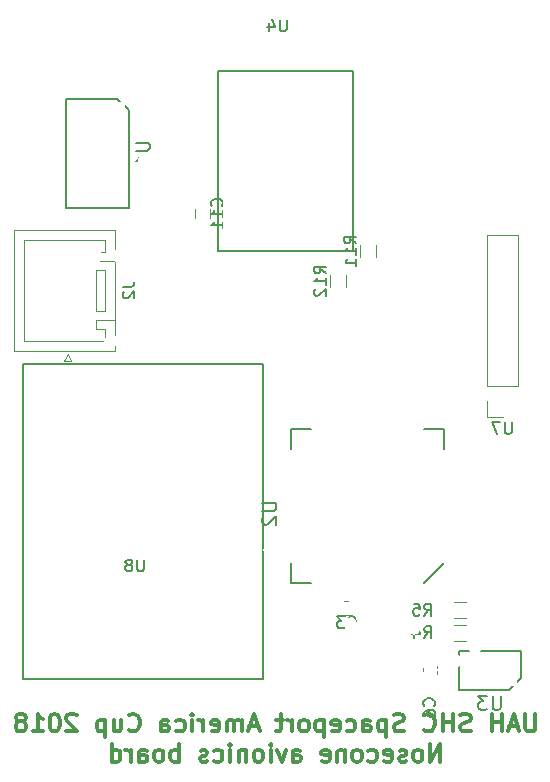
<source format=gbr>
G04 #@! TF.FileFunction,Legend,Bot*
%FSLAX46Y46*%
G04 Gerber Fmt 4.6, Leading zero omitted, Abs format (unit mm)*
G04 Created by KiCad (PCBNEW 4.0.7) date Sunday, February 25, 2018 'PMt' 02:02:58 PM*
%MOMM*%
%LPD*%
G01*
G04 APERTURE LIST*
%ADD10C,0.128000*%
%ADD11C,0.300000*%
%ADD12C,0.150000*%
%ADD13C,0.120000*%
%ADD14C,1.924000*%
%ADD15R,0.950000X1.900000*%
%ADD16R,0.800000X1.900000*%
%ADD17R,1.900000X0.800000*%
%ADD18R,1.650000X0.670000*%
%ADD19R,1.100000X1.900000*%
%ADD20R,1.900000X1.100000*%
%ADD21R,1.900000X1.400000*%
%ADD22C,1.727200*%
%ADD23R,1.416000X1.416000*%
%ADD24O,1.416000X1.416000*%
%ADD25R,2.100000X2.100000*%
%ADD26O,2.100000X2.100000*%
%ADD27R,1.600000X1.150000*%
%ADD28R,1.150000X1.600000*%
%ADD29R,1.600000X1.300000*%
%ADD30R,1.700000X1.700000*%
%ADD31C,1.700000*%
%ADD32C,2.600000*%
%ADD33C,2.400000*%
%ADD34R,1.300000X1.600000*%
%ADD35C,1.162000*%
%ADD36R,1.600000X2.100000*%
%ADD37O,1.600000X2.100000*%
%ADD38C,3.650000*%
G04 APERTURE END LIST*
D10*
D11*
X179317284Y-111568571D02*
X179317284Y-112782857D01*
X179245856Y-112925714D01*
X179174427Y-112997143D01*
X179031570Y-113068571D01*
X178745856Y-113068571D01*
X178602998Y-112997143D01*
X178531570Y-112925714D01*
X178460141Y-112782857D01*
X178460141Y-111568571D01*
X177817284Y-112640000D02*
X177102998Y-112640000D01*
X177960141Y-113068571D02*
X177460141Y-111568571D01*
X176960141Y-113068571D01*
X176460141Y-113068571D02*
X176460141Y-111568571D01*
X176460141Y-112282857D02*
X175602998Y-112282857D01*
X175602998Y-113068571D02*
X175602998Y-111568571D01*
X173817284Y-112997143D02*
X173602998Y-113068571D01*
X173245855Y-113068571D01*
X173102998Y-112997143D01*
X173031569Y-112925714D01*
X172960141Y-112782857D01*
X172960141Y-112640000D01*
X173031569Y-112497143D01*
X173102998Y-112425714D01*
X173245855Y-112354286D01*
X173531569Y-112282857D01*
X173674427Y-112211429D01*
X173745855Y-112140000D01*
X173817284Y-111997143D01*
X173817284Y-111854286D01*
X173745855Y-111711429D01*
X173674427Y-111640000D01*
X173531569Y-111568571D01*
X173174427Y-111568571D01*
X172960141Y-111640000D01*
X172317284Y-113068571D02*
X172317284Y-111568571D01*
X172317284Y-112282857D02*
X171460141Y-112282857D01*
X171460141Y-113068571D02*
X171460141Y-111568571D01*
X169888712Y-112925714D02*
X169960141Y-112997143D01*
X170174427Y-113068571D01*
X170317284Y-113068571D01*
X170531569Y-112997143D01*
X170674427Y-112854286D01*
X170745855Y-112711429D01*
X170817284Y-112425714D01*
X170817284Y-112211429D01*
X170745855Y-111925714D01*
X170674427Y-111782857D01*
X170531569Y-111640000D01*
X170317284Y-111568571D01*
X170174427Y-111568571D01*
X169960141Y-111640000D01*
X169888712Y-111711429D01*
X168174427Y-112997143D02*
X167960141Y-113068571D01*
X167602998Y-113068571D01*
X167460141Y-112997143D01*
X167388712Y-112925714D01*
X167317284Y-112782857D01*
X167317284Y-112640000D01*
X167388712Y-112497143D01*
X167460141Y-112425714D01*
X167602998Y-112354286D01*
X167888712Y-112282857D01*
X168031570Y-112211429D01*
X168102998Y-112140000D01*
X168174427Y-111997143D01*
X168174427Y-111854286D01*
X168102998Y-111711429D01*
X168031570Y-111640000D01*
X167888712Y-111568571D01*
X167531570Y-111568571D01*
X167317284Y-111640000D01*
X166674427Y-112068571D02*
X166674427Y-113568571D01*
X166674427Y-112140000D02*
X166531570Y-112068571D01*
X166245856Y-112068571D01*
X166102999Y-112140000D01*
X166031570Y-112211429D01*
X165960141Y-112354286D01*
X165960141Y-112782857D01*
X166031570Y-112925714D01*
X166102999Y-112997143D01*
X166245856Y-113068571D01*
X166531570Y-113068571D01*
X166674427Y-112997143D01*
X164674427Y-113068571D02*
X164674427Y-112282857D01*
X164745856Y-112140000D01*
X164888713Y-112068571D01*
X165174427Y-112068571D01*
X165317284Y-112140000D01*
X164674427Y-112997143D02*
X164817284Y-113068571D01*
X165174427Y-113068571D01*
X165317284Y-112997143D01*
X165388713Y-112854286D01*
X165388713Y-112711429D01*
X165317284Y-112568571D01*
X165174427Y-112497143D01*
X164817284Y-112497143D01*
X164674427Y-112425714D01*
X163317284Y-112997143D02*
X163460141Y-113068571D01*
X163745855Y-113068571D01*
X163888713Y-112997143D01*
X163960141Y-112925714D01*
X164031570Y-112782857D01*
X164031570Y-112354286D01*
X163960141Y-112211429D01*
X163888713Y-112140000D01*
X163745855Y-112068571D01*
X163460141Y-112068571D01*
X163317284Y-112140000D01*
X162102999Y-112997143D02*
X162245856Y-113068571D01*
X162531570Y-113068571D01*
X162674427Y-112997143D01*
X162745856Y-112854286D01*
X162745856Y-112282857D01*
X162674427Y-112140000D01*
X162531570Y-112068571D01*
X162245856Y-112068571D01*
X162102999Y-112140000D01*
X162031570Y-112282857D01*
X162031570Y-112425714D01*
X162745856Y-112568571D01*
X161388713Y-112068571D02*
X161388713Y-113568571D01*
X161388713Y-112140000D02*
X161245856Y-112068571D01*
X160960142Y-112068571D01*
X160817285Y-112140000D01*
X160745856Y-112211429D01*
X160674427Y-112354286D01*
X160674427Y-112782857D01*
X160745856Y-112925714D01*
X160817285Y-112997143D01*
X160960142Y-113068571D01*
X161245856Y-113068571D01*
X161388713Y-112997143D01*
X159817284Y-113068571D02*
X159960142Y-112997143D01*
X160031570Y-112925714D01*
X160102999Y-112782857D01*
X160102999Y-112354286D01*
X160031570Y-112211429D01*
X159960142Y-112140000D01*
X159817284Y-112068571D01*
X159602999Y-112068571D01*
X159460142Y-112140000D01*
X159388713Y-112211429D01*
X159317284Y-112354286D01*
X159317284Y-112782857D01*
X159388713Y-112925714D01*
X159460142Y-112997143D01*
X159602999Y-113068571D01*
X159817284Y-113068571D01*
X158674427Y-113068571D02*
X158674427Y-112068571D01*
X158674427Y-112354286D02*
X158602999Y-112211429D01*
X158531570Y-112140000D01*
X158388713Y-112068571D01*
X158245856Y-112068571D01*
X157960142Y-112068571D02*
X157388713Y-112068571D01*
X157745856Y-111568571D02*
X157745856Y-112854286D01*
X157674428Y-112997143D01*
X157531570Y-113068571D01*
X157388713Y-113068571D01*
X155817285Y-112640000D02*
X155102999Y-112640000D01*
X155960142Y-113068571D02*
X155460142Y-111568571D01*
X154960142Y-113068571D01*
X154460142Y-113068571D02*
X154460142Y-112068571D01*
X154460142Y-112211429D02*
X154388714Y-112140000D01*
X154245856Y-112068571D01*
X154031571Y-112068571D01*
X153888714Y-112140000D01*
X153817285Y-112282857D01*
X153817285Y-113068571D01*
X153817285Y-112282857D02*
X153745856Y-112140000D01*
X153602999Y-112068571D01*
X153388714Y-112068571D01*
X153245856Y-112140000D01*
X153174428Y-112282857D01*
X153174428Y-113068571D01*
X151888714Y-112997143D02*
X152031571Y-113068571D01*
X152317285Y-113068571D01*
X152460142Y-112997143D01*
X152531571Y-112854286D01*
X152531571Y-112282857D01*
X152460142Y-112140000D01*
X152317285Y-112068571D01*
X152031571Y-112068571D01*
X151888714Y-112140000D01*
X151817285Y-112282857D01*
X151817285Y-112425714D01*
X152531571Y-112568571D01*
X151174428Y-113068571D02*
X151174428Y-112068571D01*
X151174428Y-112354286D02*
X151103000Y-112211429D01*
X151031571Y-112140000D01*
X150888714Y-112068571D01*
X150745857Y-112068571D01*
X150245857Y-113068571D02*
X150245857Y-112068571D01*
X150245857Y-111568571D02*
X150317286Y-111640000D01*
X150245857Y-111711429D01*
X150174429Y-111640000D01*
X150245857Y-111568571D01*
X150245857Y-111711429D01*
X148888714Y-112997143D02*
X149031571Y-113068571D01*
X149317285Y-113068571D01*
X149460143Y-112997143D01*
X149531571Y-112925714D01*
X149603000Y-112782857D01*
X149603000Y-112354286D01*
X149531571Y-112211429D01*
X149460143Y-112140000D01*
X149317285Y-112068571D01*
X149031571Y-112068571D01*
X148888714Y-112140000D01*
X147603000Y-113068571D02*
X147603000Y-112282857D01*
X147674429Y-112140000D01*
X147817286Y-112068571D01*
X148103000Y-112068571D01*
X148245857Y-112140000D01*
X147603000Y-112997143D02*
X147745857Y-113068571D01*
X148103000Y-113068571D01*
X148245857Y-112997143D01*
X148317286Y-112854286D01*
X148317286Y-112711429D01*
X148245857Y-112568571D01*
X148103000Y-112497143D01*
X147745857Y-112497143D01*
X147603000Y-112425714D01*
X144888714Y-112925714D02*
X144960143Y-112997143D01*
X145174429Y-113068571D01*
X145317286Y-113068571D01*
X145531571Y-112997143D01*
X145674429Y-112854286D01*
X145745857Y-112711429D01*
X145817286Y-112425714D01*
X145817286Y-112211429D01*
X145745857Y-111925714D01*
X145674429Y-111782857D01*
X145531571Y-111640000D01*
X145317286Y-111568571D01*
X145174429Y-111568571D01*
X144960143Y-111640000D01*
X144888714Y-111711429D01*
X143603000Y-112068571D02*
X143603000Y-113068571D01*
X144245857Y-112068571D02*
X144245857Y-112854286D01*
X144174429Y-112997143D01*
X144031571Y-113068571D01*
X143817286Y-113068571D01*
X143674429Y-112997143D01*
X143603000Y-112925714D01*
X142888714Y-112068571D02*
X142888714Y-113568571D01*
X142888714Y-112140000D02*
X142745857Y-112068571D01*
X142460143Y-112068571D01*
X142317286Y-112140000D01*
X142245857Y-112211429D01*
X142174428Y-112354286D01*
X142174428Y-112782857D01*
X142245857Y-112925714D01*
X142317286Y-112997143D01*
X142460143Y-113068571D01*
X142745857Y-113068571D01*
X142888714Y-112997143D01*
X140460143Y-111711429D02*
X140388714Y-111640000D01*
X140245857Y-111568571D01*
X139888714Y-111568571D01*
X139745857Y-111640000D01*
X139674428Y-111711429D01*
X139603000Y-111854286D01*
X139603000Y-111997143D01*
X139674428Y-112211429D01*
X140531571Y-113068571D01*
X139603000Y-113068571D01*
X138674429Y-111568571D02*
X138531572Y-111568571D01*
X138388715Y-111640000D01*
X138317286Y-111711429D01*
X138245857Y-111854286D01*
X138174429Y-112140000D01*
X138174429Y-112497143D01*
X138245857Y-112782857D01*
X138317286Y-112925714D01*
X138388715Y-112997143D01*
X138531572Y-113068571D01*
X138674429Y-113068571D01*
X138817286Y-112997143D01*
X138888715Y-112925714D01*
X138960143Y-112782857D01*
X139031572Y-112497143D01*
X139031572Y-112140000D01*
X138960143Y-111854286D01*
X138888715Y-111711429D01*
X138817286Y-111640000D01*
X138674429Y-111568571D01*
X136745858Y-113068571D02*
X137603001Y-113068571D01*
X137174429Y-113068571D02*
X137174429Y-111568571D01*
X137317286Y-111782857D01*
X137460144Y-111925714D01*
X137603001Y-111997143D01*
X135888715Y-112211429D02*
X136031573Y-112140000D01*
X136103001Y-112068571D01*
X136174430Y-111925714D01*
X136174430Y-111854286D01*
X136103001Y-111711429D01*
X136031573Y-111640000D01*
X135888715Y-111568571D01*
X135603001Y-111568571D01*
X135460144Y-111640000D01*
X135388715Y-111711429D01*
X135317287Y-111854286D01*
X135317287Y-111925714D01*
X135388715Y-112068571D01*
X135460144Y-112140000D01*
X135603001Y-112211429D01*
X135888715Y-112211429D01*
X136031573Y-112282857D01*
X136103001Y-112354286D01*
X136174430Y-112497143D01*
X136174430Y-112782857D01*
X136103001Y-112925714D01*
X136031573Y-112997143D01*
X135888715Y-113068571D01*
X135603001Y-113068571D01*
X135460144Y-112997143D01*
X135388715Y-112925714D01*
X135317287Y-112782857D01*
X135317287Y-112497143D01*
X135388715Y-112354286D01*
X135460144Y-112282857D01*
X135603001Y-112211429D01*
X171245857Y-115618571D02*
X171245857Y-114118571D01*
X170388714Y-115618571D01*
X170388714Y-114118571D01*
X169460142Y-115618571D02*
X169603000Y-115547143D01*
X169674428Y-115475714D01*
X169745857Y-115332857D01*
X169745857Y-114904286D01*
X169674428Y-114761429D01*
X169603000Y-114690000D01*
X169460142Y-114618571D01*
X169245857Y-114618571D01*
X169103000Y-114690000D01*
X169031571Y-114761429D01*
X168960142Y-114904286D01*
X168960142Y-115332857D01*
X169031571Y-115475714D01*
X169103000Y-115547143D01*
X169245857Y-115618571D01*
X169460142Y-115618571D01*
X168388714Y-115547143D02*
X168245857Y-115618571D01*
X167960142Y-115618571D01*
X167817285Y-115547143D01*
X167745857Y-115404286D01*
X167745857Y-115332857D01*
X167817285Y-115190000D01*
X167960142Y-115118571D01*
X168174428Y-115118571D01*
X168317285Y-115047143D01*
X168388714Y-114904286D01*
X168388714Y-114832857D01*
X168317285Y-114690000D01*
X168174428Y-114618571D01*
X167960142Y-114618571D01*
X167817285Y-114690000D01*
X166531571Y-115547143D02*
X166674428Y-115618571D01*
X166960142Y-115618571D01*
X167102999Y-115547143D01*
X167174428Y-115404286D01*
X167174428Y-114832857D01*
X167102999Y-114690000D01*
X166960142Y-114618571D01*
X166674428Y-114618571D01*
X166531571Y-114690000D01*
X166460142Y-114832857D01*
X166460142Y-114975714D01*
X167174428Y-115118571D01*
X165174428Y-115547143D02*
X165317285Y-115618571D01*
X165602999Y-115618571D01*
X165745857Y-115547143D01*
X165817285Y-115475714D01*
X165888714Y-115332857D01*
X165888714Y-114904286D01*
X165817285Y-114761429D01*
X165745857Y-114690000D01*
X165602999Y-114618571D01*
X165317285Y-114618571D01*
X165174428Y-114690000D01*
X164317285Y-115618571D02*
X164460143Y-115547143D01*
X164531571Y-115475714D01*
X164603000Y-115332857D01*
X164603000Y-114904286D01*
X164531571Y-114761429D01*
X164460143Y-114690000D01*
X164317285Y-114618571D01*
X164103000Y-114618571D01*
X163960143Y-114690000D01*
X163888714Y-114761429D01*
X163817285Y-114904286D01*
X163817285Y-115332857D01*
X163888714Y-115475714D01*
X163960143Y-115547143D01*
X164103000Y-115618571D01*
X164317285Y-115618571D01*
X163174428Y-114618571D02*
X163174428Y-115618571D01*
X163174428Y-114761429D02*
X163103000Y-114690000D01*
X162960142Y-114618571D01*
X162745857Y-114618571D01*
X162603000Y-114690000D01*
X162531571Y-114832857D01*
X162531571Y-115618571D01*
X161245857Y-115547143D02*
X161388714Y-115618571D01*
X161674428Y-115618571D01*
X161817285Y-115547143D01*
X161888714Y-115404286D01*
X161888714Y-114832857D01*
X161817285Y-114690000D01*
X161674428Y-114618571D01*
X161388714Y-114618571D01*
X161245857Y-114690000D01*
X161174428Y-114832857D01*
X161174428Y-114975714D01*
X161888714Y-115118571D01*
X158745857Y-115618571D02*
X158745857Y-114832857D01*
X158817286Y-114690000D01*
X158960143Y-114618571D01*
X159245857Y-114618571D01*
X159388714Y-114690000D01*
X158745857Y-115547143D02*
X158888714Y-115618571D01*
X159245857Y-115618571D01*
X159388714Y-115547143D01*
X159460143Y-115404286D01*
X159460143Y-115261429D01*
X159388714Y-115118571D01*
X159245857Y-115047143D01*
X158888714Y-115047143D01*
X158745857Y-114975714D01*
X158174428Y-114618571D02*
X157817285Y-115618571D01*
X157460143Y-114618571D01*
X156888714Y-115618571D02*
X156888714Y-114618571D01*
X156888714Y-114118571D02*
X156960143Y-114190000D01*
X156888714Y-114261429D01*
X156817286Y-114190000D01*
X156888714Y-114118571D01*
X156888714Y-114261429D01*
X155960142Y-115618571D02*
X156103000Y-115547143D01*
X156174428Y-115475714D01*
X156245857Y-115332857D01*
X156245857Y-114904286D01*
X156174428Y-114761429D01*
X156103000Y-114690000D01*
X155960142Y-114618571D01*
X155745857Y-114618571D01*
X155603000Y-114690000D01*
X155531571Y-114761429D01*
X155460142Y-114904286D01*
X155460142Y-115332857D01*
X155531571Y-115475714D01*
X155603000Y-115547143D01*
X155745857Y-115618571D01*
X155960142Y-115618571D01*
X154817285Y-114618571D02*
X154817285Y-115618571D01*
X154817285Y-114761429D02*
X154745857Y-114690000D01*
X154602999Y-114618571D01*
X154388714Y-114618571D01*
X154245857Y-114690000D01*
X154174428Y-114832857D01*
X154174428Y-115618571D01*
X153460142Y-115618571D02*
X153460142Y-114618571D01*
X153460142Y-114118571D02*
X153531571Y-114190000D01*
X153460142Y-114261429D01*
X153388714Y-114190000D01*
X153460142Y-114118571D01*
X153460142Y-114261429D01*
X152102999Y-115547143D02*
X152245856Y-115618571D01*
X152531570Y-115618571D01*
X152674428Y-115547143D01*
X152745856Y-115475714D01*
X152817285Y-115332857D01*
X152817285Y-114904286D01*
X152745856Y-114761429D01*
X152674428Y-114690000D01*
X152531570Y-114618571D01*
X152245856Y-114618571D01*
X152102999Y-114690000D01*
X151531571Y-115547143D02*
X151388714Y-115618571D01*
X151102999Y-115618571D01*
X150960142Y-115547143D01*
X150888714Y-115404286D01*
X150888714Y-115332857D01*
X150960142Y-115190000D01*
X151102999Y-115118571D01*
X151317285Y-115118571D01*
X151460142Y-115047143D01*
X151531571Y-114904286D01*
X151531571Y-114832857D01*
X151460142Y-114690000D01*
X151317285Y-114618571D01*
X151102999Y-114618571D01*
X150960142Y-114690000D01*
X149102999Y-115618571D02*
X149102999Y-114118571D01*
X149102999Y-114690000D02*
X148960142Y-114618571D01*
X148674428Y-114618571D01*
X148531571Y-114690000D01*
X148460142Y-114761429D01*
X148388713Y-114904286D01*
X148388713Y-115332857D01*
X148460142Y-115475714D01*
X148531571Y-115547143D01*
X148674428Y-115618571D01*
X148960142Y-115618571D01*
X149102999Y-115547143D01*
X147531570Y-115618571D02*
X147674428Y-115547143D01*
X147745856Y-115475714D01*
X147817285Y-115332857D01*
X147817285Y-114904286D01*
X147745856Y-114761429D01*
X147674428Y-114690000D01*
X147531570Y-114618571D01*
X147317285Y-114618571D01*
X147174428Y-114690000D01*
X147102999Y-114761429D01*
X147031570Y-114904286D01*
X147031570Y-115332857D01*
X147102999Y-115475714D01*
X147174428Y-115547143D01*
X147317285Y-115618571D01*
X147531570Y-115618571D01*
X145745856Y-115618571D02*
X145745856Y-114832857D01*
X145817285Y-114690000D01*
X145960142Y-114618571D01*
X146245856Y-114618571D01*
X146388713Y-114690000D01*
X145745856Y-115547143D02*
X145888713Y-115618571D01*
X146245856Y-115618571D01*
X146388713Y-115547143D01*
X146460142Y-115404286D01*
X146460142Y-115261429D01*
X146388713Y-115118571D01*
X146245856Y-115047143D01*
X145888713Y-115047143D01*
X145745856Y-114975714D01*
X145031570Y-115618571D02*
X145031570Y-114618571D01*
X145031570Y-114904286D02*
X144960142Y-114761429D01*
X144888713Y-114690000D01*
X144745856Y-114618571D01*
X144602999Y-114618571D01*
X143460142Y-115618571D02*
X143460142Y-114118571D01*
X143460142Y-115547143D02*
X143602999Y-115618571D01*
X143888713Y-115618571D01*
X144031571Y-115547143D01*
X144102999Y-115475714D01*
X144174428Y-115332857D01*
X144174428Y-114904286D01*
X144102999Y-114761429D01*
X144031571Y-114690000D01*
X143888713Y-114618571D01*
X143602999Y-114618571D01*
X143460142Y-114690000D01*
D12*
X143920000Y-59485000D02*
X144920000Y-60485000D01*
X144920000Y-60485000D02*
X144920000Y-68785000D01*
X144920000Y-68785000D02*
X139560000Y-68785000D01*
X139560000Y-68785000D02*
X139560000Y-59485000D01*
X139560000Y-59485000D02*
X143920000Y-59485000D01*
X169900000Y-100480000D02*
X171600000Y-98780000D01*
X171600000Y-89180000D02*
X171600000Y-87480000D01*
X171600000Y-87480000D02*
X169900000Y-87480000D01*
X158600000Y-98780000D02*
X158600000Y-100480000D01*
X158600000Y-100480000D02*
X160300000Y-100480000D01*
X158600000Y-89180000D02*
X158600000Y-87480000D01*
X158600000Y-87480000D02*
X160300000Y-87480000D01*
X178075500Y-108521500D02*
X177075500Y-109521500D01*
X177075500Y-109521500D02*
X172825500Y-109521500D01*
X172825500Y-109521500D02*
X172825500Y-106251500D01*
X172825500Y-106251500D02*
X178075500Y-106251500D01*
X178075500Y-106251500D02*
X178075500Y-108521500D01*
X152400000Y-57150000D02*
X163830000Y-57150000D01*
X163830000Y-57150000D02*
X163830000Y-72390000D01*
X163830000Y-72390000D02*
X152400000Y-72390000D01*
X152400000Y-72390000D02*
X152400000Y-57150000D01*
D13*
X175200000Y-71060000D02*
X177860000Y-71060000D01*
X175200000Y-83820000D02*
X175200000Y-71060000D01*
X177860000Y-83820000D02*
X177860000Y-71060000D01*
X175200000Y-83820000D02*
X177860000Y-83820000D01*
X175200000Y-85090000D02*
X175200000Y-86420000D01*
X175200000Y-86420000D02*
X176530000Y-86420000D01*
X162972000Y-103216000D02*
X163672000Y-103216000D01*
X163672000Y-102016000D02*
X162972000Y-102016000D01*
X170970500Y-108236500D02*
X170970500Y-107536500D01*
X169770500Y-107536500D02*
X169770500Y-108236500D01*
X173410500Y-104031500D02*
X172410500Y-104031500D01*
X172410500Y-105391500D02*
X173410500Y-105391500D01*
X172410500Y-103486500D02*
X173410500Y-103486500D01*
X173410500Y-102126500D02*
X172410500Y-102126500D01*
D12*
X135890000Y-108585000D02*
X156210000Y-108585000D01*
X156210000Y-108585000D02*
X156210000Y-81915000D01*
X156210000Y-81915000D02*
X135890000Y-81915000D01*
X135890000Y-81915000D02*
X135890000Y-108585000D01*
D13*
X142850000Y-77490000D02*
X142100000Y-77490000D01*
X142100000Y-77490000D02*
X142100000Y-73990000D01*
X142100000Y-73990000D02*
X142850000Y-73990000D01*
X142850000Y-73990000D02*
X142850000Y-77490000D01*
X143750000Y-78240000D02*
X142100000Y-78240000D01*
X142100000Y-78240000D02*
X142100000Y-78990000D01*
X142100000Y-78990000D02*
X142850000Y-78990000D01*
X142850000Y-78990000D02*
X142850000Y-79990000D01*
X142850000Y-79990000D02*
X136050000Y-79990000D01*
X136050000Y-79990000D02*
X136050000Y-75740000D01*
X143750000Y-73240000D02*
X142100000Y-73240000D01*
X142100000Y-73240000D02*
X142100000Y-72490000D01*
X142100000Y-72490000D02*
X142850000Y-72490000D01*
X142850000Y-72490000D02*
X142850000Y-71490000D01*
X142850000Y-71490000D02*
X136050000Y-71490000D01*
X136050000Y-71490000D02*
X136050000Y-75740000D01*
X143750000Y-80890000D02*
X135150000Y-80890000D01*
X135150000Y-80890000D02*
X135150000Y-70590000D01*
X135150000Y-70590000D02*
X143750000Y-70590000D01*
X143750000Y-70590000D02*
X143750000Y-80890000D01*
X139700000Y-81090000D02*
X139400000Y-81690000D01*
X139400000Y-81690000D02*
X140000000Y-81690000D01*
X140000000Y-81690000D02*
X139700000Y-81090000D01*
X165780000Y-72890000D02*
X165780000Y-71890000D01*
X164420000Y-71890000D02*
X164420000Y-72890000D01*
X163240000Y-75430000D02*
X163240000Y-74430000D01*
X161880000Y-74430000D02*
X161880000Y-75430000D01*
X151730000Y-69565000D02*
X151730000Y-68865000D01*
X150530000Y-68865000D02*
X150530000Y-69565000D01*
D12*
X145462857Y-63220714D02*
X146434286Y-63220714D01*
X146548571Y-63277857D01*
X146605714Y-63335000D01*
X146662857Y-63449286D01*
X146662857Y-63677857D01*
X146605714Y-63792143D01*
X146548571Y-63849286D01*
X146434286Y-63906429D01*
X145462857Y-63906429D01*
X146662857Y-65106429D02*
X146662857Y-64420714D01*
X146662857Y-64763572D02*
X145462857Y-64763572D01*
X145634286Y-64649286D01*
X145748571Y-64535000D01*
X145805714Y-64420714D01*
X156187857Y-93700714D02*
X157159286Y-93700714D01*
X157273571Y-93757857D01*
X157330714Y-93815000D01*
X157387857Y-93929286D01*
X157387857Y-94157857D01*
X157330714Y-94272143D01*
X157273571Y-94329286D01*
X157159286Y-94386429D01*
X156187857Y-94386429D01*
X156302143Y-94900714D02*
X156245000Y-94957857D01*
X156187857Y-95072143D01*
X156187857Y-95357857D01*
X156245000Y-95472143D01*
X156302143Y-95529286D01*
X156416429Y-95586429D01*
X156530714Y-95586429D01*
X156702143Y-95529286D01*
X157387857Y-94843572D01*
X157387857Y-95586429D01*
X176364786Y-110064357D02*
X176364786Y-111035786D01*
X176307643Y-111150071D01*
X176250500Y-111207214D01*
X176136214Y-111264357D01*
X175907643Y-111264357D01*
X175793357Y-111207214D01*
X175736214Y-111150071D01*
X175679071Y-111035786D01*
X175679071Y-110064357D01*
X175221928Y-110064357D02*
X174479071Y-110064357D01*
X174879071Y-110521500D01*
X174707643Y-110521500D01*
X174593357Y-110578643D01*
X174536214Y-110635786D01*
X174479071Y-110750071D01*
X174479071Y-111035786D01*
X174536214Y-111150071D01*
X174593357Y-111207214D01*
X174707643Y-111264357D01*
X175050500Y-111264357D01*
X175164786Y-111207214D01*
X175221928Y-111150071D01*
X158241905Y-52792381D02*
X158241905Y-53601905D01*
X158194286Y-53697143D01*
X158146667Y-53744762D01*
X158051429Y-53792381D01*
X157860952Y-53792381D01*
X157765714Y-53744762D01*
X157718095Y-53697143D01*
X157670476Y-53601905D01*
X157670476Y-52792381D01*
X156765714Y-53125714D02*
X156765714Y-53792381D01*
X157003810Y-52744762D02*
X157241905Y-53459048D01*
X156622857Y-53459048D01*
X177291905Y-86872381D02*
X177291905Y-87681905D01*
X177244286Y-87777143D01*
X177196667Y-87824762D01*
X177101429Y-87872381D01*
X176910952Y-87872381D01*
X176815714Y-87824762D01*
X176768095Y-87777143D01*
X176720476Y-87681905D01*
X176720476Y-86872381D01*
X176339524Y-86872381D02*
X175672857Y-86872381D01*
X176101429Y-87872381D01*
X163488666Y-104223143D02*
X163536285Y-104270762D01*
X163679142Y-104318381D01*
X163774380Y-104318381D01*
X163917238Y-104270762D01*
X164012476Y-104175524D01*
X164060095Y-104080286D01*
X164107714Y-103889810D01*
X164107714Y-103746952D01*
X164060095Y-103556476D01*
X164012476Y-103461238D01*
X163917238Y-103366000D01*
X163774380Y-103318381D01*
X163679142Y-103318381D01*
X163536285Y-103366000D01*
X163488666Y-103413619D01*
X163155333Y-103318381D02*
X162536285Y-103318381D01*
X162869619Y-103699333D01*
X162726761Y-103699333D01*
X162631523Y-103746952D01*
X162583904Y-103794571D01*
X162536285Y-103889810D01*
X162536285Y-104127905D01*
X162583904Y-104223143D01*
X162631523Y-104270762D01*
X162726761Y-104318381D01*
X163012476Y-104318381D01*
X163107714Y-104270762D01*
X163155333Y-104223143D01*
X170727643Y-110894834D02*
X170775262Y-110847215D01*
X170822881Y-110704358D01*
X170822881Y-110609120D01*
X170775262Y-110466262D01*
X170680024Y-110371024D01*
X170584786Y-110323405D01*
X170394310Y-110275786D01*
X170251452Y-110275786D01*
X170060976Y-110323405D01*
X169965738Y-110371024D01*
X169870500Y-110466262D01*
X169822881Y-110609120D01*
X169822881Y-110704358D01*
X169870500Y-110847215D01*
X169918119Y-110894834D01*
X169822881Y-111751977D02*
X169822881Y-111561500D01*
X169870500Y-111466262D01*
X169918119Y-111418643D01*
X170060976Y-111323405D01*
X170251452Y-111275786D01*
X170632405Y-111275786D01*
X170727643Y-111323405D01*
X170775262Y-111371024D01*
X170822881Y-111466262D01*
X170822881Y-111656739D01*
X170775262Y-111751977D01*
X170727643Y-111799596D01*
X170632405Y-111847215D01*
X170394310Y-111847215D01*
X170299071Y-111799596D01*
X170251452Y-111751977D01*
X170203833Y-111656739D01*
X170203833Y-111466262D01*
X170251452Y-111371024D01*
X170299071Y-111323405D01*
X170394310Y-111275786D01*
X169902166Y-105163881D02*
X170235500Y-104687690D01*
X170473595Y-105163881D02*
X170473595Y-104163881D01*
X170092642Y-104163881D01*
X169997404Y-104211500D01*
X169949785Y-104259119D01*
X169902166Y-104354357D01*
X169902166Y-104497214D01*
X169949785Y-104592452D01*
X169997404Y-104640071D01*
X170092642Y-104687690D01*
X170473595Y-104687690D01*
X169045023Y-104497214D02*
X169045023Y-105163881D01*
X169283119Y-104116262D02*
X169521214Y-104830548D01*
X168902166Y-104830548D01*
X169902166Y-103258881D02*
X170235500Y-102782690D01*
X170473595Y-103258881D02*
X170473595Y-102258881D01*
X170092642Y-102258881D01*
X169997404Y-102306500D01*
X169949785Y-102354119D01*
X169902166Y-102449357D01*
X169902166Y-102592214D01*
X169949785Y-102687452D01*
X169997404Y-102735071D01*
X170092642Y-102782690D01*
X170473595Y-102782690D01*
X168997404Y-102258881D02*
X169473595Y-102258881D01*
X169521214Y-102735071D01*
X169473595Y-102687452D01*
X169378357Y-102639833D01*
X169140261Y-102639833D01*
X169045023Y-102687452D01*
X168997404Y-102735071D01*
X168949785Y-102830310D01*
X168949785Y-103068405D01*
X168997404Y-103163643D01*
X169045023Y-103211262D01*
X169140261Y-103258881D01*
X169378357Y-103258881D01*
X169473595Y-103211262D01*
X169521214Y-103163643D01*
X146176905Y-98512381D02*
X146176905Y-99321905D01*
X146129286Y-99417143D01*
X146081667Y-99464762D01*
X145986429Y-99512381D01*
X145795952Y-99512381D01*
X145700714Y-99464762D01*
X145653095Y-99417143D01*
X145605476Y-99321905D01*
X145605476Y-98512381D01*
X144986429Y-98940952D02*
X145081667Y-98893333D01*
X145129286Y-98845714D01*
X145176905Y-98750476D01*
X145176905Y-98702857D01*
X145129286Y-98607619D01*
X145081667Y-98560000D01*
X144986429Y-98512381D01*
X144795952Y-98512381D01*
X144700714Y-98560000D01*
X144653095Y-98607619D01*
X144605476Y-98702857D01*
X144605476Y-98750476D01*
X144653095Y-98845714D01*
X144700714Y-98893333D01*
X144795952Y-98940952D01*
X144986429Y-98940952D01*
X145081667Y-98988571D01*
X145129286Y-99036190D01*
X145176905Y-99131429D01*
X145176905Y-99321905D01*
X145129286Y-99417143D01*
X145081667Y-99464762D01*
X144986429Y-99512381D01*
X144795952Y-99512381D01*
X144700714Y-99464762D01*
X144653095Y-99417143D01*
X144605476Y-99321905D01*
X144605476Y-99131429D01*
X144653095Y-99036190D01*
X144700714Y-98988571D01*
X144795952Y-98940952D01*
X144352381Y-75406667D02*
X145066667Y-75406667D01*
X145209524Y-75359047D01*
X145304762Y-75263809D01*
X145352381Y-75120952D01*
X145352381Y-75025714D01*
X144447619Y-75835238D02*
X144400000Y-75882857D01*
X144352381Y-75978095D01*
X144352381Y-76216191D01*
X144400000Y-76311429D01*
X144447619Y-76359048D01*
X144542857Y-76406667D01*
X144638095Y-76406667D01*
X144780952Y-76359048D01*
X145352381Y-75787619D01*
X145352381Y-76406667D01*
X164102381Y-71747143D02*
X163626190Y-71413809D01*
X164102381Y-71175714D02*
X163102381Y-71175714D01*
X163102381Y-71556667D01*
X163150000Y-71651905D01*
X163197619Y-71699524D01*
X163292857Y-71747143D01*
X163435714Y-71747143D01*
X163530952Y-71699524D01*
X163578571Y-71651905D01*
X163626190Y-71556667D01*
X163626190Y-71175714D01*
X164102381Y-72699524D02*
X164102381Y-72128095D01*
X164102381Y-72413809D02*
X163102381Y-72413809D01*
X163245238Y-72318571D01*
X163340476Y-72223333D01*
X163388095Y-72128095D01*
X164102381Y-73651905D02*
X164102381Y-73080476D01*
X164102381Y-73366190D02*
X163102381Y-73366190D01*
X163245238Y-73270952D01*
X163340476Y-73175714D01*
X163388095Y-73080476D01*
X161562381Y-74287143D02*
X161086190Y-73953809D01*
X161562381Y-73715714D02*
X160562381Y-73715714D01*
X160562381Y-74096667D01*
X160610000Y-74191905D01*
X160657619Y-74239524D01*
X160752857Y-74287143D01*
X160895714Y-74287143D01*
X160990952Y-74239524D01*
X161038571Y-74191905D01*
X161086190Y-74096667D01*
X161086190Y-73715714D01*
X161562381Y-75239524D02*
X161562381Y-74668095D01*
X161562381Y-74953809D02*
X160562381Y-74953809D01*
X160705238Y-74858571D01*
X160800476Y-74763333D01*
X160848095Y-74668095D01*
X160657619Y-75620476D02*
X160610000Y-75668095D01*
X160562381Y-75763333D01*
X160562381Y-76001429D01*
X160610000Y-76096667D01*
X160657619Y-76144286D01*
X160752857Y-76191905D01*
X160848095Y-76191905D01*
X160990952Y-76144286D01*
X161562381Y-75572857D01*
X161562381Y-76191905D01*
X152737143Y-68572143D02*
X152784762Y-68524524D01*
X152832381Y-68381667D01*
X152832381Y-68286429D01*
X152784762Y-68143571D01*
X152689524Y-68048333D01*
X152594286Y-68000714D01*
X152403810Y-67953095D01*
X152260952Y-67953095D01*
X152070476Y-68000714D01*
X151975238Y-68048333D01*
X151880000Y-68143571D01*
X151832381Y-68286429D01*
X151832381Y-68381667D01*
X151880000Y-68524524D01*
X151927619Y-68572143D01*
X152832381Y-69524524D02*
X152832381Y-68953095D01*
X152832381Y-69238809D02*
X151832381Y-69238809D01*
X151975238Y-69143571D01*
X152070476Y-69048333D01*
X152118095Y-68953095D01*
X152832381Y-70476905D02*
X152832381Y-69905476D01*
X152832381Y-70191190D02*
X151832381Y-70191190D01*
X151975238Y-70095952D01*
X152070476Y-70000714D01*
X152118095Y-69905476D01*
%LPC*%
D14*
X145161000Y-110363000D03*
X152781000Y-110363000D03*
D15*
X144145000Y-60735000D03*
X144145000Y-67535000D03*
X142875000Y-60735000D03*
X142875000Y-67535000D03*
X141605000Y-60735000D03*
X141605000Y-67535000D03*
X140335000Y-60735000D03*
X140335000Y-67535000D03*
D16*
X169100000Y-100480000D03*
X168300000Y-100480000D03*
X167500000Y-100480000D03*
X166700000Y-100480000D03*
X165900000Y-100480000D03*
X165100000Y-100480000D03*
X164300000Y-100480000D03*
X163500000Y-100480000D03*
X162700000Y-100480000D03*
X161900000Y-100480000D03*
X161100000Y-100480000D03*
D17*
X158600000Y-97980000D03*
X158600000Y-97180000D03*
X158600000Y-96380000D03*
X158600000Y-95580000D03*
X158600000Y-94780000D03*
X158600000Y-93980000D03*
X158600000Y-93180000D03*
X158600000Y-92380000D03*
X158600000Y-91580000D03*
X158600000Y-90780000D03*
X158600000Y-89980000D03*
D16*
X161100000Y-87480000D03*
X161900000Y-87480000D03*
X162700000Y-87480000D03*
X163500000Y-87480000D03*
X164300000Y-87480000D03*
X165100000Y-87480000D03*
X165900000Y-87480000D03*
X166700000Y-87480000D03*
X167500000Y-87480000D03*
X168300000Y-87480000D03*
X169100000Y-87480000D03*
D17*
X171600000Y-89980000D03*
X171600000Y-90780000D03*
X171600000Y-91580000D03*
X171600000Y-92380000D03*
X171600000Y-93180000D03*
X171600000Y-93980000D03*
X171600000Y-94780000D03*
X171600000Y-95580000D03*
X171600000Y-96380000D03*
X171600000Y-97180000D03*
X171600000Y-97980000D03*
D18*
X176950500Y-108886500D03*
X173950500Y-108886500D03*
X176950500Y-108386500D03*
X173950500Y-108386500D03*
X176950500Y-107886500D03*
X173950500Y-107886500D03*
X176950500Y-107386500D03*
X173950500Y-107386500D03*
X176950500Y-106886500D03*
X173950500Y-106886500D03*
D19*
X160160000Y-70970000D03*
D20*
X153760000Y-70570000D03*
X153760000Y-69570000D03*
X153760000Y-68570000D03*
X153760000Y-67570000D03*
X153760000Y-66570000D03*
X153760000Y-65570000D03*
X153760000Y-64570000D03*
X153760000Y-63570000D03*
X153760000Y-62570000D03*
X153760000Y-61570000D03*
X153760000Y-60570000D03*
X153760000Y-59570000D03*
D21*
X153760000Y-58420000D03*
X162560000Y-58420000D03*
D20*
X162560000Y-59570000D03*
X162560000Y-60570000D03*
X162560000Y-61570000D03*
X162560000Y-62570000D03*
X162560000Y-63570000D03*
X162560000Y-64570000D03*
X162560000Y-65570000D03*
X162560000Y-66570000D03*
X162560000Y-67570000D03*
X162560000Y-68570000D03*
X162560000Y-69570000D03*
X162560000Y-70570000D03*
D19*
X159160000Y-70970000D03*
X158160000Y-70970000D03*
X157160000Y-70970000D03*
X156160000Y-70970000D03*
D22*
X168478200Y-82864960D03*
X168478200Y-80863440D03*
X168478200Y-78864460D03*
X168478200Y-76862940D03*
X168478200Y-74863960D03*
X168478200Y-72864980D03*
X168478200Y-70863460D03*
X168478200Y-68864480D03*
X168478200Y-66862960D03*
X168478200Y-64863980D03*
X146481800Y-64863980D03*
X146481800Y-66862960D03*
X146481800Y-68864480D03*
X146481800Y-70863460D03*
X146481800Y-72864980D03*
X146481800Y-74863960D03*
X146481800Y-76862940D03*
X146481800Y-78864460D03*
X146481800Y-80863440D03*
X146481800Y-82864960D03*
D23*
X177165000Y-89535000D03*
D24*
X178435000Y-89535000D03*
X177165000Y-90805000D03*
X178435000Y-90805000D03*
X177165000Y-92075000D03*
X178435000Y-92075000D03*
D25*
X176530000Y-85090000D03*
D26*
X176530000Y-82550000D03*
X176530000Y-80010000D03*
X176530000Y-77470000D03*
X176530000Y-74930000D03*
X176530000Y-72390000D03*
D27*
X162372000Y-102616000D03*
X164272000Y-102616000D03*
D28*
X170370500Y-108836500D03*
X170370500Y-106936500D03*
D29*
X171810500Y-104711500D03*
X174010500Y-104711500D03*
X174010500Y-102806500D03*
X171810500Y-102806500D03*
D14*
X137160000Y-101600000D03*
X137160000Y-99060000D03*
X137160000Y-96520000D03*
X137160000Y-93980000D03*
X137160000Y-91440000D03*
X137160000Y-88900000D03*
X154940000Y-91440000D03*
X154940000Y-93980000D03*
X154940000Y-96520000D03*
X154940000Y-99060000D03*
D30*
X139700000Y-78740000D03*
D31*
X139700000Y-76740000D03*
X139700000Y-74740000D03*
X139700000Y-72740000D03*
X137700000Y-78740000D03*
X137700000Y-76740000D03*
X137700000Y-74740000D03*
X137700000Y-72740000D03*
D32*
X172720000Y-63500000D03*
X172720000Y-58420000D03*
X177800000Y-58420000D03*
X177800000Y-63500000D03*
D33*
X175260000Y-60960000D03*
D34*
X165100000Y-71290000D03*
X165100000Y-73490000D03*
X162560000Y-73830000D03*
X162560000Y-76030000D03*
D28*
X151130000Y-70165000D03*
X151130000Y-68265000D03*
D35*
X152019000Y-90170000D03*
X165163500Y-58991500D03*
X150558500Y-59245500D03*
D25*
X163449000Y-110109000D03*
D26*
X163449000Y-107569000D03*
D36*
X137160000Y-83820000D03*
D37*
X139160000Y-83820000D03*
D35*
X166878000Y-102489000D03*
X151638000Y-66548000D03*
X160147000Y-89027000D03*
D38*
X138303000Y-115697000D03*
X173863000Y-67945000D03*
X137287000Y-58547000D03*
X175387000Y-115443000D03*
D35*
X151638000Y-79247998D03*
X173355000Y-94869000D03*
X179367000Y-95710996D03*
X161290000Y-97282002D03*
X160120021Y-92329000D03*
X158966619Y-102653381D03*
X167640000Y-88900000D03*
X174180500Y-105981500D03*
X148030990Y-69215000D03*
X151257000Y-71755000D03*
X151130000Y-65151000D03*
X153670000Y-88900000D03*
X165481000Y-83947000D03*
X161543998Y-83312000D03*
X163830000Y-81534000D03*
X166116000Y-84963000D03*
X173355000Y-93472000D03*
X157473990Y-74295000D03*
X169037000Y-104293979D03*
X159385000Y-82677000D03*
X161925000Y-88900000D03*
X163195000Y-88900000D03*
X160655000Y-98679000D03*
X170053000Y-93980000D03*
X178181000Y-109728000D03*
X158877000Y-79502000D03*
X161544000Y-77089000D03*
X172466000Y-107061000D03*
X171577000Y-107823000D03*
X170942000Y-79756000D03*
X142748000Y-65278000D03*
X171704004Y-79121000D03*
X141605000Y-65405000D03*
X156972000Y-88773000D03*
X141986000Y-100838000D03*
X142367000Y-92075000D03*
X156845000Y-97663000D03*
X149860000Y-95249998D03*
X148590000Y-95036538D03*
X147701000Y-97409000D03*
X153035000Y-97790000D03*
X153035000Y-96520000D03*
X147320000Y-89535000D03*
X143383000Y-80010000D03*
X144272000Y-85725000D03*
X160909000Y-84530990D03*
X142113000Y-72771000D03*
X164338000Y-84582000D03*
X144018000Y-72771000D03*
X144907002Y-83439000D03*
X160120021Y-85217000D03*
X147828000Y-85903010D03*
X163449000Y-85852000D03*
X164465000Y-98806000D03*
X164211000Y-97028000D03*
X163703000Y-104025977D03*
X164465000Y-94615000D03*
X178181000Y-105156000D03*
M02*

</source>
